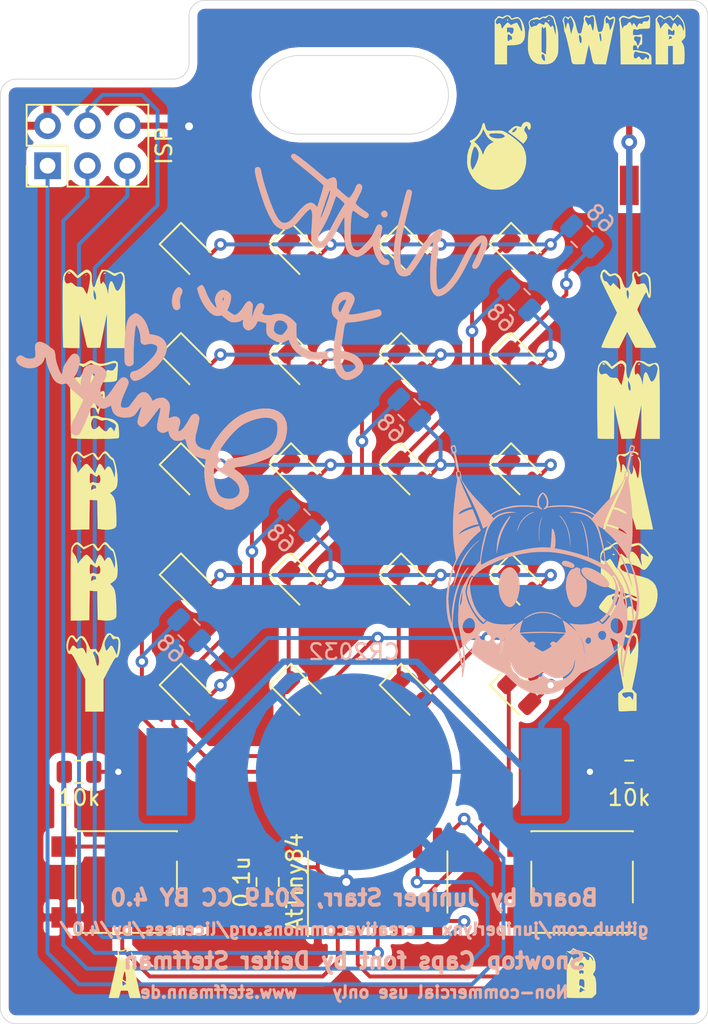
<source format=kicad_pcb>
(kicad_pcb (version 20171130) (host pcbnew 5.1.4-e60b266~84~ubuntu19.04.1)
  (layers (0 F.Cu signal) (31 B.Cu signal) (34 B.Paste user) (35 F.Paste user) (36 B.SilkS user) (37 F.SilkS user) (38 B.Mask user) (39 F.Mask user) (44 Edge.Cuts user))
  (net 0 "")
  (net 1 "Net-(BT1-Pad1)")
  (net 2 GND)
  (net 3 +BATT)
  (net 4 "Net-(J1-Pad1)")
  (net 5 "Net-(J1-Pad3)")
  (net 6 "Net-(J1-Pad4)")
  (net 7 "Net-(J1-Pad5)")
  (net 8 "Net-(LED1-Pad1)")
  (net 9 "Net-(LED1-Pad2)")
  (net 10 "Net-(LED10-Pad1)")
  (net 11 "Net-(LED11-Pad2)")
  (net 12 "Net-(LED14-Pad1)")
  (net 13 "Net-(LED10-Pad2)")
  (net 14 "Net-(LED11-Pad1)")
  (net 15 "Net-(LED12-Pad2)")
  (net 16 "Net-(LED13-Pad1)")
  (net 17 "Net-(LED14-Pad2)")
  (net 18 "Net-(R6-Pad1)")
  (net 19 "Net-(R7-Pad1)")
  (net 20 "Net-(SW1-Pad1)")
  (net 21 "Net-(SW1-Pad4)")
  (net 22 "Net-(U1-Pad5)")
  (module "Juniper Logo:Juniper Logo Back" (layer B.Cu) (at 134.5 86.5)
    (fp_text reference G*** hide)
    (fp_text value LOGO hide)
  )
  (module "Merry Xmas:Signature" (layer B.Cu) (at 116.5 71)
    (fp_text reference G*** hide)
    (fp_text value LOGO hide)
  )
  (module "Merry Xmas:Bauble" (layer F.Cu) (at 131.5 60)
    (fp_text reference G*** hide)
    (fp_text value LOGO hide)
  )
  (module "Merry Xmas:B" (layer F.Cu) (at 137 112)
    (fp_text reference G*** hide)
    (fp_text value LOGO hide)
  )
  (module "Merry Xmas:A" (layer F.Cu) (at 108 112)
    (fp_text reference G*** hide)
    (fp_text value LOGO hide)
  )
  (module "Merry Xmas:Power" (layer F.Cu) (at 137.5 52.5)
    (fp_text reference G*** hide)
    (fp_text value LOGO hide)
  )
  (module "Merry Xmas:Xmas" (layer F.Cu) (at 140 81.5)
    (fp_text reference G*** hide)
    (fp_text value LOGO hide)
  )
  (module "Merry Xmas:Merry" (layer F.Cu) (at 106 81.5)
    (fp_text reference G*** hide)
    (fp_text value LOGO hide)
  )
  (module "BC-2003 Battery Strap:BatteryStrap BC-2003-G-TR" (layer B.Cu) (at 122.5 99)
    (fp_text reference BT1 hide)
    (fp_text value CR2032 (at 0 -7.62) (layer B.SilkS) (effects (justify mirror)))
    (pad 1 smd rect (at 11.905 0) (size 2.6 5.56) (layers B.Cu B.Paste B.Mask) (net 1 "Net-(BT1-Pad1)"))
    (pad 1 smd rect (at -11.905 0) (size 2.6 5.56) (layers B.Cu B.Paste B.Mask) (net 1 "Net-(BT1-Pad1)"))
    (pad 2 smd circle (at 0 0) (size 12.5 12.5) (layers B.Cu B.Paste B.Mask) (net 2 GND))
  )
  (module Capacitor_SMD:C_0805_2012Metric (layer F.Cu) (at 117 106 90)
    (fp_text reference C1 hide)
    (fp_text value 0.1u (at 0 -1.65 90) (layer F.SilkS))
    (pad 1 smd roundrect (at -0.9375 0 90) (size 0.975 1.4) (layers F.Cu F.Paste F.Mask) (net 3 +BATT))
    (pad 2 smd roundrect (at 0.9375 0 90) (size 0.975 1.4) (layers F.Cu F.Paste F.Mask) (net 2 GND))
  )
  (module Connector_PinHeader_2.54mm:PinHeader_2x03_P2.54mm_Vertical (layer F.Cu) (at 103 60.5 90)
    (fp_text reference J1 hide)
    (fp_text value ISP (at 1.27 7.41 90) (layer F.SilkS))
    (pad 1 thru_hole rect (at 0 0 90) (size 1.7 1.7) (drill 1) (layers *.Cu *.Mask) (net 4 "Net-(J1-Pad1)"))
    (pad 2 thru_hole oval (at 2.54 0 90) (size 1.7 1.7) (drill 1) (layers *.Cu *.Mask) (net 3 +BATT))
    (pad 3 thru_hole oval (at 0 2.54 90) (size 1.7 1.7) (drill 1) (layers *.Cu *.Mask) (net 5 "Net-(J1-Pad3)"))
    (pad 4 thru_hole oval (at 2.54 2.54 90) (size 1.7 1.7) (drill 1) (layers *.Cu *.Mask) (net 6 "Net-(J1-Pad4)"))
    (pad 5 thru_hole oval (at 0 5.08 90) (size 1.7 1.7) (drill 1) (layers *.Cu *.Mask) (net 7 "Net-(J1-Pad5)"))
    (pad 6 thru_hole oval (at 2.54 5.08 90) (size 1.7 1.7) (drill 1) (layers *.Cu *.Mask) (net 2 GND))
  )
  (module LED_SMD:LED_0805_2012Metric (layer F.Cu) (at 112 94 315)
    (fp_text reference LED1 hide)
    (fp_text value LED hide)
    (pad 1 smd roundrect (at -0.9375 0 315) (size 0.975 1.4) (layers F.Cu F.Paste F.Mask) (net 8 "Net-(LED1-Pad1)"))
    (pad 2 smd roundrect (at 0.9375 0 315) (size 0.975 1.4) (layers F.Cu F.Paste F.Mask) (net 9 "Net-(LED1-Pad2)"))
  )
  (module LED_SMD:LED_0805_2012Metric (layer F.Cu) (at 112 87 315)
    (fp_text reference LED2 hide)
    (fp_text value LED hide)
    (pad 1 smd roundrect (at -0.9375 0 315) (size 0.975 1.4) (layers F.Cu F.Paste F.Mask) (net 10 "Net-(LED10-Pad1)"))
    (pad 2 smd roundrect (at 0.9375 0 315) (size 0.975 1.4) (layers F.Cu F.Paste F.Mask) (net 11 "Net-(LED11-Pad2)"))
  )
  (module LED_SMD:LED_0805_2012Metric (layer F.Cu) (at 119 87 315)
    (fp_text reference LED hide)
    (fp_text value LED hide)
    (pad 2 smd roundrect (at 0.9375 0 315) (size 0.975 1.4) (layers F.Cu F.Paste F.Mask) (net 11 "Net-(LED11-Pad2)"))
    (pad 1 smd roundrect (at -0.9375 0 315) (size 0.975 1.4) (layers F.Cu F.Paste F.Mask) (net 12 "Net-(LED14-Pad1)"))
  )
  (module LED_SMD:LED_0805_2012Metric (layer F.Cu) (at 119 80 315)
    (fp_text reference LED4 hide)
    (fp_text value LED hide)
    (pad 2 smd roundrect (at 0.9375 0 315) (size 0.975 1.4) (layers F.Cu F.Paste F.Mask) (net 13 "Net-(LED10-Pad2)"))
    (pad 1 smd roundrect (at -0.9375 0 315) (size 0.975 1.4) (layers F.Cu F.Paste F.Mask) (net 8 "Net-(LED1-Pad1)"))
  )
  (module LED_SMD:LED_0805_2012Metric (layer F.Cu) (at 126 80 315)
    (fp_text reference LED5 hide)
    (fp_text value LED hide)
    (pad 1 smd roundrect (at -0.9375 0 315) (size 0.975 1.4) (layers F.Cu F.Paste F.Mask) (net 14 "Net-(LED11-Pad1)"))
    (pad 2 smd roundrect (at 0.9375 0 315) (size 0.975 1.4) (layers F.Cu F.Paste F.Mask) (net 13 "Net-(LED10-Pad2)"))
  )
  (module LED_SMD:LED_0805_2012Metric (layer F.Cu) (at 126 73 315)
    (fp_text reference LED hide)
    (fp_text value LED hide)
    (pad 2 smd roundrect (at 0.9375 0 315) (size 0.975 1.4) (layers F.Cu F.Paste F.Mask) (net 15 "Net-(LED12-Pad2)"))
    (pad 1 smd roundrect (at -0.9375 0 315) (size 0.975 1.4) (layers F.Cu F.Paste F.Mask) (net 12 "Net-(LED14-Pad1)"))
  )
  (module LED_SMD:LED_0805_2012Metric (layer F.Cu) (at 133 73 315)
    (fp_text reference LED7 hide)
    (fp_text value LED hide)
    (pad 1 smd roundrect (at -0.9375 0 315) (size 0.975 1.4) (layers F.Cu F.Paste F.Mask) (net 16 "Net-(LED13-Pad1)"))
    (pad 2 smd roundrect (at 0.9375 0 315) (size 0.975 1.4) (layers F.Cu F.Paste F.Mask) (net 15 "Net-(LED12-Pad2)"))
  )
  (module LED_SMD:LED_0805_2012Metric (layer F.Cu) (at 133 66 315)
    (fp_text reference LED8 hide)
    (fp_text value LED hide)
    (pad 2 smd roundrect (at 0.9375 0 315) (size 0.975 1.4) (layers F.Cu F.Paste F.Mask) (net 17 "Net-(LED14-Pad2)"))
    (pad 1 smd roundrect (at -0.9375 0 315) (size 0.975 1.4) (layers F.Cu F.Paste F.Mask) (net 14 "Net-(LED11-Pad1)"))
  )
  (module LED_SMD:LED_0805_2012Metric (layer F.Cu) (at 119 94 315)
    (fp_text reference LED9 hide)
    (fp_text value LED hide)
    (pad 2 smd roundrect (at 0.9375 0 315) (size 0.975 1.4) (layers F.Cu F.Paste F.Mask) (net 9 "Net-(LED1-Pad2)"))
    (pad 1 smd roundrect (at -0.9375 0 315) (size 0.975 1.4) (layers F.Cu F.Paste F.Mask) (net 12 "Net-(LED14-Pad1)"))
  )
  (module LED_SMD:LED_0805_2012Metric (layer F.Cu) (at 112 80 315)
    (fp_text reference LED10 hide)
    (fp_text value LED hide)
    (pad 1 smd roundrect (at -0.9375 0 315) (size 0.975 1.4) (layers F.Cu F.Paste F.Mask) (net 10 "Net-(LED10-Pad1)"))
    (pad 2 smd roundrect (at 0.9375 0 315) (size 0.975 1.4) (layers F.Cu F.Paste F.Mask) (net 13 "Net-(LED10-Pad2)"))
  )
  (module LED_SMD:LED_0805_2012Metric (layer F.Cu) (at 126 87 315)
    (fp_text reference LED11 hide)
    (fp_text value LED hide)
    (pad 1 smd roundrect (at -0.9375 0 315) (size 0.975 1.4) (layers F.Cu F.Paste F.Mask) (net 14 "Net-(LED11-Pad1)"))
    (pad 2 smd roundrect (at 0.9375 0 315) (size 0.975 1.4) (layers F.Cu F.Paste F.Mask) (net 11 "Net-(LED11-Pad2)"))
  )
  (module LED_SMD:LED_0805_2012Metric (layer F.Cu) (at 119 73 315)
    (fp_text reference LED12 hide)
    (fp_text value LED hide)
    (pad 1 smd roundrect (at -0.9375 0 315) (size 0.975 1.4) (layers F.Cu F.Paste F.Mask) (net 8 "Net-(LED1-Pad1)"))
    (pad 2 smd roundrect (at 0.9375 0 315) (size 0.975 1.4) (layers F.Cu F.Paste F.Mask) (net 15 "Net-(LED12-Pad2)"))
  )
  (module LED_SMD:LED_0805_2012Metric (layer F.Cu) (at 133 80 315)
    (fp_text reference LED13 hide)
    (fp_text value LED hide)
    (pad 2 smd roundrect (at 0.9375 0 315) (size 0.975 1.4) (layers F.Cu F.Paste F.Mask) (net 13 "Net-(LED10-Pad2)"))
    (pad 1 smd roundrect (at -0.9375 0 315) (size 0.975 1.4) (layers F.Cu F.Paste F.Mask) (net 16 "Net-(LED13-Pad1)"))
  )
  (module LED_SMD:LED_0805_2012Metric (layer F.Cu) (at 126 66 315)
    (fp_text reference LED14 hide)
    (fp_text value LED hide)
    (pad 1 smd roundrect (at -0.9375 0 315) (size 0.975 1.4) (layers F.Cu F.Paste F.Mask) (net 12 "Net-(LED14-Pad1)"))
    (pad 2 smd roundrect (at 0.9375 0 315) (size 0.975 1.4) (layers F.Cu F.Paste F.Mask) (net 17 "Net-(LED14-Pad2)"))
  )
  (module LED_SMD:LED_0805_2012Metric (layer F.Cu) (at 126 94 315)
    (fp_text reference LED15 hide)
    (fp_text value LED hide)
    (pad 1 smd roundrect (at -0.9375 0 315) (size 0.975 1.4) (layers F.Cu F.Paste F.Mask) (net 14 "Net-(LED11-Pad1)"))
    (pad 2 smd roundrect (at 0.9375 0 315) (size 0.975 1.4) (layers F.Cu F.Paste F.Mask) (net 9 "Net-(LED1-Pad2)"))
  )
  (module LED_SMD:LED_0805_2012Metric (layer F.Cu) (at 112 73 315)
    (fp_text reference LED16 hide)
    (fp_text value LED hide)
    (pad 2 smd roundrect (at 0.9375 0 315) (size 0.975 1.4) (layers F.Cu F.Paste F.Mask) (net 15 "Net-(LED12-Pad2)"))
    (pad 1 smd roundrect (at -0.9375 0 315) (size 0.975 1.4) (layers F.Cu F.Paste F.Mask) (net 10 "Net-(LED10-Pad1)"))
  )
  (module LED_SMD:LED_0805_2012Metric (layer F.Cu) (at 133 87 315)
    (fp_text reference LED17 hide)
    (fp_text value LED hide)
    (pad 2 smd roundrect (at 0.9375 0 315) (size 0.975 1.4) (layers F.Cu F.Paste F.Mask) (net 11 "Net-(LED11-Pad2)"))
    (pad 1 smd roundrect (at -0.9375 0 315) (size 0.975 1.4) (layers F.Cu F.Paste F.Mask) (net 16 "Net-(LED13-Pad1)"))
  )
  (module LED_SMD:LED_0805_2012Metric (layer F.Cu) (at 119 66 315)
    (fp_text reference LED18 hide)
    (fp_text value LED hide)
    (pad 2 smd roundrect (at 0.9375 0 315) (size 0.975 1.4) (layers F.Cu F.Paste F.Mask) (net 17 "Net-(LED14-Pad2)"))
    (pad 1 smd roundrect (at -0.9375 0 315) (size 0.975 1.4) (layers F.Cu F.Paste F.Mask) (net 8 "Net-(LED1-Pad1)"))
  )
  (module LED_SMD:LED_0805_2012Metric (layer F.Cu) (at 133 94 315)
    (fp_text reference LED19 hide)
    (fp_text value LED hide)
    (pad 2 smd roundrect (at 0.9375 0 315) (size 0.975 1.4) (layers F.Cu F.Paste F.Mask) (net 9 "Net-(LED1-Pad2)"))
    (pad 1 smd roundrect (at -0.9375 0 315) (size 0.975 1.4) (layers F.Cu F.Paste F.Mask) (net 16 "Net-(LED13-Pad1)"))
  )
  (module LED_SMD:LED_0805_2012Metric (layer F.Cu) (at 112 66 315)
    (fp_text reference LED20 hide)
    (fp_text value LED hide)
    (pad 1 smd roundrect (at -0.9375 0 315) (size 0.975 1.4) (layers F.Cu F.Paste F.Mask) (net 10 "Net-(LED10-Pad1)"))
    (pad 2 smd roundrect (at 0.9375 0 315) (size 0.975 1.4) (layers F.Cu F.Paste F.Mask) (net 17 "Net-(LED14-Pad2)"))
  )
  (module Resistor_SMD:R_0805_2012Metric (layer B.Cu) (at 112 90 135)
    (fp_text reference R1 hide)
    (fp_text value 68 (at 0 -1.65 135) (layer B.SilkS) (effects (justify mirror)))
    (pad 1 smd roundrect (at -0.9375 0 135) (size 0.975 1.4) (layers B.Cu B.Paste B.Mask) (net 9 "Net-(LED1-Pad2)"))
    (pad 2 smd roundrect (at 0.9375 0 135) (size 0.975 1.4) (layers B.Cu B.Paste B.Mask) (net 10 "Net-(LED10-Pad1)"))
  )
  (module Resistor_SMD:R_0805_2012Metric (layer B.Cu) (at 119 83 135)
    (fp_text reference R2 hide)
    (fp_text value 68 (at 0 -1.65 135) (layer B.SilkS) (effects (justify mirror)))
    (pad 2 smd roundrect (at 0.9375 0 135) (size 0.975 1.4) (layers B.Cu B.Paste B.Mask) (net 8 "Net-(LED1-Pad1)"))
    (pad 1 smd roundrect (at -0.9375 0 135) (size 0.975 1.4) (layers B.Cu B.Paste B.Mask) (net 11 "Net-(LED11-Pad2)"))
  )
  (module Resistor_SMD:R_0805_2012Metric (layer B.Cu) (at 126 76 135)
    (fp_text reference R3 hide)
    (fp_text value 68 (at 0 -1.65 135) (layer B.SilkS) (effects (justify mirror)))
    (pad 1 smd roundrect (at -0.9375 0 135) (size 0.975 1.4) (layers B.Cu B.Paste B.Mask) (net 13 "Net-(LED10-Pad2)"))
    (pad 2 smd roundrect (at 0.9375 0 135) (size 0.975 1.4) (layers B.Cu B.Paste B.Mask) (net 12 "Net-(LED14-Pad1)"))
  )
  (module Resistor_SMD:R_0805_2012Metric (layer B.Cu) (at 133 69 135)
    (fp_text reference R4 hide)
    (fp_text value 68 (at 0 -1.65 135) (layer B.SilkS) (effects (justify mirror)))
    (pad 2 smd roundrect (at 0.9375 0 135) (size 0.975 1.4) (layers B.Cu B.Paste B.Mask) (net 14 "Net-(LED11-Pad1)"))
    (pad 1 smd roundrect (at -0.9375 0 135) (size 0.975 1.4) (layers B.Cu B.Paste B.Mask) (net 15 "Net-(LED12-Pad2)"))
  )
  (module Resistor_SMD:R_0805_2012Metric (layer B.Cu) (at 137 65 315)
    (fp_text reference R5 hide)
    (fp_text value 68 (at 0 -1.65 135) (layer B.SilkS) (effects (justify mirror)))
    (pad 1 smd roundrect (at -0.9375 0 315) (size 0.975 1.4) (layers B.Cu B.Paste B.Mask) (net 17 "Net-(LED14-Pad2)"))
    (pad 2 smd roundrect (at 0.9375 0 315) (size 0.975 1.4) (layers B.Cu B.Paste B.Mask) (net 16 "Net-(LED13-Pad1)"))
  )
  (module Resistor_SMD:R_0805_2012Metric (layer F.Cu) (at 140 99 180)
    (fp_text reference R6 hide)
    (fp_text value 10k (at 0 -1.65) (layer F.SilkS))
    (pad 1 smd roundrect (at -0.9375 0 180) (size 0.975 1.4) (layers F.Cu F.Paste F.Mask) (net 18 "Net-(R6-Pad1)"))
    (pad 2 smd roundrect (at 0.9375 0 180) (size 0.975 1.4) (layers F.Cu F.Paste F.Mask) (net 2 GND))
  )
  (module Resistor_SMD:R_0805_2012Metric (layer F.Cu) (at 105 99)
    (fp_text reference R7 hide)
    (fp_text value 10k (at 0 1.65) (layer F.SilkS))
    (pad 2 smd roundrect (at 0.9375 0) (size 0.975 1.4) (layers F.Cu F.Paste F.Mask) (net 2 GND))
    (pad 1 smd roundrect (at -0.9375 0) (size 0.975 1.4) (layers F.Cu F.Paste F.Mask) (net 19 "Net-(R7-Pad1)"))
  )
  (module "JS202011 Slide Switch:SlideSwitch JS202011SQCN" (layer F.Cu) (at 140 59)
    (fp_text reference SW1 hide)
    (fp_text value PWR hide)
    (pad 1 smd rect (at -2.5 2.75) (size 1.2 2.5) (layers F.Cu F.Paste F.Mask) (net 20 "Net-(SW1-Pad1)"))
    (pad 2 smd rect (at 0 2.75) (size 1.2 2.5) (layers F.Cu F.Paste F.Mask) (net 1 "Net-(BT1-Pad1)"))
    (pad 3 smd rect (at 2.5 2.75) (size 1.2 2.5) (layers F.Cu F.Paste F.Mask) (net 3 +BATT))
    (pad 4 smd rect (at -2.5 -2.75) (size 1.2 2.5) (layers F.Cu F.Paste F.Mask) (net 21 "Net-(SW1-Pad4)"))
    (pad 5 smd rect (at 0 -2.75) (size 1.2 2.5) (layers F.Cu F.Paste F.Mask) (net 1 "Net-(BT1-Pad1)"))
    (pad 6 smd rect (at 2.5 -2.75) (size 1.2 2.5) (layers F.Cu F.Paste F.Mask) (net 3 +BATT))
  )
  (module Button_Switch_SMD:SW_SPST_PTS645 (layer F.Cu) (at 137 106)
    (fp_text reference SW2 hide)
    (fp_text value SW_Push hide)
    (pad 2 smd rect (at -3.98 2.25) (size 1.55 1.3) (layers F.Cu F.Paste F.Mask) (net 3 +BATT))
    (pad 1 smd rect (at -3.98 -2.25) (size 1.55 1.3) (layers F.Cu F.Paste F.Mask) (net 18 "Net-(R6-Pad1)"))
    (pad 1 smd rect (at 3.98 -2.25) (size 1.55 1.3) (layers F.Cu F.Paste F.Mask) (net 18 "Net-(R6-Pad1)"))
    (pad 2 smd rect (at 3.98 2.25) (size 1.55 1.3) (layers F.Cu F.Paste F.Mask) (net 3 +BATT))
  )
  (module Button_Switch_SMD:SW_SPST_PTS645 (layer F.Cu) (at 108 106)
    (fp_text reference SW3 hide)
    (fp_text value SW_Push hide)
    (pad 2 smd rect (at 3.98 2.25) (size 1.55 1.3) (layers F.Cu F.Paste F.Mask) (net 3 +BATT))
    (pad 1 smd rect (at 3.98 -2.25) (size 1.55 1.3) (layers F.Cu F.Paste F.Mask) (net 19 "Net-(R7-Pad1)"))
    (pad 1 smd rect (at -3.98 -2.25) (size 1.55 1.3) (layers F.Cu F.Paste F.Mask) (net 19 "Net-(R7-Pad1)"))
    (pad 2 smd rect (at -3.98 2.25) (size 1.55 1.3) (layers F.Cu F.Paste F.Mask) (net 3 +BATT))
  )
  (module Package_SO:SOIC-14_3.9x8.7mm_P1.27mm (layer F.Cu) (at 124 106 90)
    (fp_text reference AtTiny84 (at 0 -5.28 90) (layer F.SilkS))
    (fp_text value ATtiny84-20SSU hide)
    (pad 1 smd roundrect (at -2.475 -3.81 90) (size 1.95 0.6) (layers F.Cu F.Paste F.Mask) (net 3 +BATT))
    (pad 2 smd roundrect (at -2.475 -2.54 90) (size 1.95 0.6) (layers F.Cu F.Paste F.Mask) (net 19 "Net-(R7-Pad1)"))
    (pad 3 smd roundrect (at -2.475 -1.27 90) (size 1.95 0.6) (layers F.Cu F.Paste F.Mask) (net 18 "Net-(R6-Pad1)"))
    (pad 4 smd roundrect (at -2.475 0 90) (size 1.95 0.6) (layers F.Cu F.Paste F.Mask) (net 7 "Net-(J1-Pad5)"))
    (pad 5 smd roundrect (at -2.475 1.27 90) (size 1.95 0.6) (layers F.Cu F.Paste F.Mask) (net 22 "Net-(U1-Pad5)"))
    (pad 6 smd roundrect (at -2.475 2.54 90) (size 1.95 0.6) (layers F.Cu F.Paste F.Mask) (net 16 "Net-(LED13-Pad1)"))
    (pad 7 smd roundrect (at -2.475 3.81 90) (size 1.95 0.6) (layers F.Cu F.Paste F.Mask) (net 6 "Net-(J1-Pad4)"))
    (pad 8 smd roundrect (at 2.475 3.81 90) (size 1.95 0.6) (layers F.Cu F.Paste F.Mask) (net 4 "Net-(J1-Pad1)"))
    (pad 9 smd roundrect (at 2.475 2.54 90) (size 1.95 0.6) (layers F.Cu F.Paste F.Mask) (net 5 "Net-(J1-Pad3)"))
    (pad 10 smd roundrect (at 2.475 1.27 90) (size 1.95 0.6) (layers F.Cu F.Paste F.Mask) (net 14 "Net-(LED11-Pad1)"))
    (pad 11 smd roundrect (at 2.475 0 90) (size 1.95 0.6) (layers F.Cu F.Paste F.Mask) (net 12 "Net-(LED14-Pad1)"))
    (pad 12 smd roundrect (at 2.475 -1.27 90) (size 1.95 0.6) (layers F.Cu F.Paste F.Mask) (net 8 "Net-(LED1-Pad1)"))
    (pad 13 smd roundrect (at 2.475 -2.54 90) (size 1.95 0.6) (layers F.Cu F.Paste F.Mask) (net 10 "Net-(LED10-Pad1)"))
    (pad 14 smd roundrect (at 2.475 -3.81 90) (size 1.95 0.6) (layers F.Cu F.Paste F.Mask) (net 2 GND))
  )
  (gr_text "Non-commercial use only    www.steffmann.de" (at 122.5 113) (layer B.SilkS) (effects (font (size 0.75 0.75) (thickness 0.1875)) (justify mirror)))
  (gr_text "Snowtop Caps font by Deiter Steffman" (at 122.5 111) (layer B.SilkS) (effects (font (size 1 1) (thickness 0.25)) (justify mirror)))
  (gr_text "github.com/juniperlynx   creativecommons.org/licenses/by/4.0/" (at 122.5 109) (layer B.SilkS) (effects (font (size 0.75 0.75) (thickness 0.1875)) (justify mirror)))
  (gr_text "Board by Juniper Starr, 2019 CC BY 4.0" (at 122.5 107) (layer B.SilkS) (effects (font (size 1 1) (thickness 0.25)) (justify mirror)))
  (gr_line (start 126 58.5) (end 119 58.5) (layer Edge.Cuts) (width 0.05))
  (gr_line (start 119 53.5) (end 126 53.5) (layer Edge.Cuts) (width 0.05))
  (gr_arc (start 119 56) (end 119 53.5) (angle -180) (layer Edge.Cuts) (width 0.05))
  (gr_arc (start 126 56) (end 126 58.5) (angle -180) (layer Edge.Cuts) (width 0.05))
  (gr_line (start 100 56) (end 100 114) (layer Edge.Cuts) (width 0.05))
  (gr_line (start 112 54) (end 112 51) (layer Edge.Cuts) (width 0.05))
  (gr_line (start 101 55) (end 111 55) (layer Edge.Cuts) (width 0.05))
  (gr_line (start 144 115) (end 101 115) (layer Edge.Cuts) (width 0.05))
  (gr_line (start 145 51) (end 145 114) (layer Edge.Cuts) (width 0.05))
  (gr_line (start 113 50) (end 144 50) (layer Edge.Cuts) (width 0.05))
  (gr_arc (start 113 51) (end 113 50) (angle -90) (layer Edge.Cuts) (width 0.05))
  (gr_arc (start 111 54) (end 111 55) (angle -90) (layer Edge.Cuts) (width 0.05))
  (gr_arc (start 101 56) (end 101 55) (angle -90) (layer Edge.Cuts) (width 0.05))
  (gr_arc (start 101 114) (end 100 114) (angle -90) (layer Edge.Cuts) (width 0.05))
  (gr_arc (start 144 114) (end 144 115) (angle -90) (layer Edge.Cuts) (width 0.05))
  (gr_arc (start 144 51) (end 145 51) (angle -90) (layer Edge.Cuts) (width 0.05))
  (via (at 140 59) (size 1) (drill 0.5) (layers F.Cu B.Cu) (net 1))
  (segment (start 134.405 99) (end 134.405 95.97) (width 0.4) (layer B.Cu) (net 1))
  (segment (start 140 90.375) (end 140 59) (width 0.4) (layer B.Cu) (net 1))
  (segment (start 134.405 95.97) (end 140 90.375) (width 0.4) (layer B.Cu) (net 1))
  (segment (start 140 59) (end 140 56.25) (width 0.4) (layer F.Cu) (net 1))
  (segment (start 140 59) (end 140 61.75) (width 0.4) (layer F.Cu) (net 1))
  (segment (start 126.5 92) (end 133.5 99) (width 0.4) (layer B.Cu) (net 1))
  (segment (start 110.595 99) (end 111 99) (width 0.25) (layer B.Cu) (net 1))
  (segment (start 133.5 99) (end 134.405 99) (width 0.25) (layer B.Cu) (net 1))
  (segment (start 118 92) (end 126.5 92) (width 0.4) (layer B.Cu) (net 1))
  (segment (start 111 99) (end 118 92) (width 0.4) (layer B.Cu) (net 1))
  (via (at 122 106) (size 1) (drill 0.5) (layers F.Cu B.Cu) (net 2))
  (segment (start 122 106) (end 121 106) (width 0.25) (layer F.Cu) (net 2))
  (segment (start 120.19 105.19) (end 120.19 103.525) (width 0.25) (layer F.Cu) (net 2))
  (segment (start 121 106) (end 120.19 105.19) (width 0.25) (layer F.Cu) (net 2))
  (segment (start 120.0625 105.0625) (end 120.19 105.19) (width 0.25) (layer F.Cu) (net 2))
  (segment (start 117 105.0625) (end 120.0625 105.0625) (width 0.25) (layer F.Cu) (net 2))
  (segment (start 105.9375 99) (end 107.5 99) (width 0.25) (layer F.Cu) (net 2))
  (via (at 107.5 99) (size 0.8) (drill 0.4) (layers F.Cu B.Cu) (net 2))
  (via (at 112 58) (size 1) (drill 0.5) (layers F.Cu B.Cu) (net 2))
  (segment (start 108.08 57.96) (end 111.96 57.96) (width 0.4) (layer F.Cu) (net 2))
  (segment (start 111.96 57.96) (end 112 58) (width 0.25) (layer F.Cu) (net 2))
  (segment (start 112 58) (end 112 64) (width 0.25) (layer B.Cu) (net 2))
  (segment (start 112 64) (end 107 69) (width 0.25) (layer B.Cu) (net 2))
  (segment (start 107 98.5) (end 107.5 99) (width 0.25) (layer B.Cu) (net 2))
  (segment (start 107 69) (end 107 98.5) (width 0.25) (layer B.Cu) (net 2))
  (via (at 137.5 99) (size 0.8) (drill 0.4) (layers F.Cu B.Cu) (net 2))
  (segment (start 139.0625 99) (end 137.5 99) (width 0.25) (layer F.Cu) (net 2))
  (segment (start 107.5 101.5) (end 107.5 99.565685) (width 0.25) (layer B.Cu) (net 2))
  (segment (start 111.249999 105.249999) (end 107.5 101.5) (width 0.25) (layer B.Cu) (net 2))
  (segment (start 107.5 99.565685) (end 107.5 99) (width 0.25) (layer B.Cu) (net 2))
  (segment (start 122.5 99) (end 116.250001 105.249999) (width 0.25) (layer B.Cu) (net 2))
  (segment (start 116.250001 105.249999) (end 111.249999 105.249999) (width 0.25) (layer B.Cu) (net 2))
  (segment (start 122 99.5) (end 122 106) (width 0.25) (layer B.Cu) (net 2))
  (segment (start 122.5 99) (end 122 99.5) (width 0.25) (layer B.Cu) (net 2))
  (segment (start 137.5 102) (end 137.5 99) (width 0.25) (layer B.Cu) (net 2))
  (segment (start 136 103.5) (end 137.5 102) (width 0.25) (layer B.Cu) (net 2))
  (segment (start 131.5 101.5) (end 133.5 103.5) (width 0.25) (layer B.Cu) (net 2))
  (segment (start 122.5 99) (end 130.5 99) (width 0.25) (layer B.Cu) (net 2))
  (segment (start 131.5 100) (end 131.5 101.5) (width 0.25) (layer B.Cu) (net 2))
  (segment (start 130.5 99) (end 131.5 100) (width 0.25) (layer B.Cu) (net 2))
  (segment (start 133.5 103.5) (end 136 103.5) (width 0.25) (layer B.Cu) (net 2))
  (via (at 129.5 102) (size 0.8) (drill 0.4) (layers F.Cu B.Cu) (net 4))
  (segment (start 127.81 103.525) (end 127.975 103.525) (width 0.25) (layer F.Cu) (net 4))
  (segment (start 127.975 103.525) (end 129.5 102) (width 0.25) (layer F.Cu) (net 4))
  (segment (start 103 110.5) (end 103 60.5) (width 0.25) (layer B.Cu) (net 4))
  (segment (start 132 104.5) (end 132 110.5) (width 0.25) (layer B.Cu) (net 4))
  (segment (start 129.5 102) (end 132 104.5) (width 0.25) (layer B.Cu) (net 4))
  (segment (start 132 110.5) (end 130 112.5) (width 0.25) (layer B.Cu) (net 4))
  (segment (start 130 112.5) (end 105 112.5) (width 0.25) (layer B.Cu) (net 4))
  (segment (start 105 112.5) (end 103 110.5) (width 0.25) (layer B.Cu) (net 4))
  (via (at 126.5 106) (size 0.8) (drill 0.4) (layers F.Cu B.Cu) (net 5))
  (segment (start 126.54 103.525) (end 126.54 105.96) (width 0.25) (layer F.Cu) (net 5))
  (segment (start 126.54 105.96) (end 126.5 106) (width 0.25) (layer F.Cu) (net 5))
  (segment (start 105.5 111.5) (end 104 110) (width 0.25) (layer B.Cu) (net 5))
  (segment (start 104 64) (end 105.54 62.46) (width 0.25) (layer B.Cu) (net 5))
  (segment (start 130 106) (end 131 107) (width 0.25) (layer B.Cu) (net 5))
  (segment (start 126.5 106) (end 130 106) (width 0.25) (layer B.Cu) (net 5))
  (segment (start 105.54 62.46) (end 105.54 60.5) (width 0.25) (layer B.Cu) (net 5))
  (segment (start 104 110) (end 104 64) (width 0.25) (layer B.Cu) (net 5))
  (segment (start 131 107) (end 131 110) (width 0.25) (layer B.Cu) (net 5))
  (segment (start 129.5 111.5) (end 105.5 111.5) (width 0.25) (layer B.Cu) (net 5))
  (segment (start 131 110) (end 129.5 111.5) (width 0.25) (layer B.Cu) (net 5))
  (via (at 129.5 108.5) (size 0.8) (drill 0.4) (layers F.Cu B.Cu) (net 6))
  (segment (start 127.81 108.475) (end 129.475 108.475) (width 0.25) (layer F.Cu) (net 6))
  (segment (start 129.475 108.475) (end 129.5 108.5) (width 0.25) (layer F.Cu) (net 6))
  (segment (start 106.5 56) (end 105.54 56.96) (width 0.25) (layer B.Cu) (net 6))
  (segment (start 110 57) (end 109 56) (width 0.25) (layer B.Cu) (net 6))
  (segment (start 109 56) (end 106.5 56) (width 0.25) (layer B.Cu) (net 6))
  (segment (start 110 63) (end 110 57) (width 0.25) (layer B.Cu) (net 6))
  (segment (start 128.5 109.5) (end 106.5 109.5) (width 0.25) (layer B.Cu) (net 6))
  (segment (start 106.5 109.5) (end 106 109) (width 0.25) (layer B.Cu) (net 6))
  (segment (start 105.54 56.96) (end 105.54 57.96) (width 0.25) (layer B.Cu) (net 6))
  (segment (start 129.5 108.5) (end 128.5 109.5) (width 0.25) (layer B.Cu) (net 6))
  (segment (start 106 109) (end 106 67) (width 0.25) (layer B.Cu) (net 6))
  (segment (start 106 67) (end 110 63) (width 0.25) (layer B.Cu) (net 6))
  (via (at 124 110.5) (size 0.8) (drill 0.4) (layers F.Cu B.Cu) (net 7))
  (segment (start 124 108.475) (end 124 110.5) (width 0.25) (layer F.Cu) (net 7))
  (segment (start 106 110.5) (end 105 109.5) (width 0.25) (layer B.Cu) (net 7))
  (segment (start 124 110.5) (end 106 110.5) (width 0.25) (layer B.Cu) (net 7))
  (segment (start 105 109.5) (end 105 65.5) (width 0.25) (layer B.Cu) (net 7))
  (segment (start 105 65.5) (end 108.08 62.42) (width 0.25) (layer B.Cu) (net 7))
  (segment (start 108.08 62.42) (end 108.08 60.5) (width 0.25) (layer B.Cu) (net 7))
  (segment (start 111.337087 96.337087) (end 111 96) (width 0.25) (layer F.Cu) (net 8))
  (segment (start 113 98) (end 111.337087 96.337087) (width 0.25) (layer F.Cu) (net 8))
  (segment (start 122.73 103.525) (end 122.73 101.73) (width 0.25) (layer F.Cu) (net 8))
  (segment (start 119 98) (end 113 98) (width 0.25) (layer F.Cu) (net 8))
  (segment (start 122.73 101.73) (end 119 98) (width 0.25) (layer F.Cu) (net 8))
  (segment (start 111.337087 93.337087) (end 111 93.674174) (width 0.25) (layer F.Cu) (net 8))
  (segment (start 111 93.674174) (end 111 96) (width 0.25) (layer F.Cu) (net 8))
  (segment (start 118.337087 79.337087) (end 118.337087 72.337087) (width 0.25) (layer F.Cu) (net 8))
  (segment (start 118.337087 72.337087) (end 118.337087 65.337087) (width 0.25) (layer F.Cu) (net 8))
  (segment (start 116 88.674174) (end 116 85.565685) (width 0.25) (layer F.Cu) (net 8))
  (segment (start 118.337087 79.337087) (end 116 81.674174) (width 0.25) (layer F.Cu) (net 8))
  (via (at 116 85) (size 0.8) (drill 0.4) (layers F.Cu B.Cu) (net 8))
  (segment (start 111.337087 93.337087) (end 116 88.674174) (width 0.25) (layer F.Cu) (net 8))
  (segment (start 116 84.434315) (end 116 85) (width 0.25) (layer F.Cu) (net 8))
  (segment (start 116 85.565685) (end 116 85) (width 0.25) (layer F.Cu) (net 8))
  (segment (start 116 84.674174) (end 116 85) (width 0.25) (layer B.Cu) (net 8))
  (segment (start 118.337087 82.337087) (end 116 84.674174) (width 0.25) (layer B.Cu) (net 8))
  (segment (start 116 81.674174) (end 116 84.434315) (width 0.25) (layer F.Cu) (net 8))
  (via (at 114 93.5) (size 0.8) (drill 0.4) (layers F.Cu B.Cu) (net 9))
  (segment (start 112.662913 94.662913) (end 112.837087 94.662913) (width 0.25) (layer F.Cu) (net 9))
  (segment (start 112.837087 94.662913) (end 114 93.5) (width 0.25) (layer F.Cu) (net 9))
  (segment (start 112.662913 90.662913) (end 113.078337 91.078337) (width 0.25) (layer B.Cu) (net 9))
  (segment (start 113.078337 91.078337) (end 114.75 92.75) (width 0.25) (layer B.Cu) (net 9))
  (segment (start 114.75 92.75) (end 114 93.5) (width 0.25) (layer B.Cu) (net 9))
  (segment (start 117 90.5) (end 123.434315 90.5) (width 0.25) (layer B.Cu) (net 9))
  (segment (start 123.434315 90.5) (end 124 90.5) (width 0.25) (layer B.Cu) (net 9))
  (via (at 124 90.5) (size 0.8) (drill 0.4) (layers F.Cu B.Cu) (net 9))
  (segment (start 114.75 92.75) (end 117 90.5) (width 0.25) (layer B.Cu) (net 9))
  (segment (start 123.825826 90.5) (end 124 90.5) (width 0.25) (layer F.Cu) (net 9))
  (segment (start 119.662913 94.662913) (end 123.825826 90.5) (width 0.25) (layer F.Cu) (net 9))
  (via (at 131 90.5) (size 0.8) (drill 0.4) (layers F.Cu B.Cu) (net 9))
  (segment (start 126.662913 94.662913) (end 130.825826 90.5) (width 0.25) (layer F.Cu) (net 9))
  (segment (start 124 90.5) (end 124.565685 90.5) (width 0.25) (layer B.Cu) (net 9))
  (segment (start 124.565685 90.5) (end 131 90.5) (width 0.25) (layer B.Cu) (net 9))
  (segment (start 133.662913 94.662913) (end 133.837087 94.662913) (width 0.25) (layer F.Cu) (net 9))
  (via (at 135 93.5) (size 0.8) (drill 0.4) (layers F.Cu B.Cu) (net 9))
  (segment (start 133.837087 94.662913) (end 135 93.5) (width 0.25) (layer F.Cu) (net 9))
  (segment (start 132 90.5) (end 135 93.5) (width 0.25) (layer B.Cu) (net 9))
  (segment (start 131 90.5) (end 132 90.5) (width 0.25) (layer B.Cu) (net 9))
  (segment (start 111.337087 86.337087) (end 111.337087 79.337087) (width 0.25) (layer F.Cu) (net 10))
  (segment (start 111.337087 79.337087) (end 111.337087 72.337087) (width 0.25) (layer F.Cu) (net 10))
  (segment (start 111.337087 72.337087) (end 111.337087 65.337087) (width 0.25) (layer F.Cu) (net 10))
  (segment (start 109 91.434315) (end 109 92) (width 0.25) (layer F.Cu) (net 10))
  (segment (start 109 91.674174) (end 109 92) (width 0.25) (layer B.Cu) (net 10))
  (via (at 109 92) (size 0.8) (drill 0.4) (layers F.Cu B.Cu) (net 10))
  (segment (start 109 88.674174) (end 109 91.434315) (width 0.25) (layer F.Cu) (net 10))
  (segment (start 111.337087 86.337087) (end 109 88.674174) (width 0.25) (layer F.Cu) (net 10))
  (segment (start 111.337087 89.337087) (end 109 91.674174) (width 0.25) (layer B.Cu) (net 10))
  (segment (start 109 92.565685) (end 109 92) (width 0.25) (layer F.Cu) (net 10))
  (segment (start 121.46 102.45) (end 118.01 99) (width 0.25) (layer F.Cu) (net 10))
  (segment (start 121.46 103.525) (end 121.46 102.45) (width 0.25) (layer F.Cu) (net 10))
  (segment (start 118.01 99) (end 112.467158 99) (width 0.25) (layer F.Cu) (net 10))
  (segment (start 112.467158 99) (end 109 95.532842) (width 0.25) (layer F.Cu) (net 10))
  (segment (start 109 95.532842) (end 109 92.565685) (width 0.25) (layer F.Cu) (net 10))
  (via (at 114 86.5) (size 0.8) (drill 0.4) (layers F.Cu B.Cu) (net 11))
  (segment (start 112.662913 87.662913) (end 112.837087 87.662913) (width 0.25) (layer F.Cu) (net 11))
  (segment (start 112.837087 87.662913) (end 114 86.5) (width 0.25) (layer F.Cu) (net 11))
  (segment (start 119.662913 87.662913) (end 119.837087 87.662913) (width 0.25) (layer F.Cu) (net 11))
  (via (at 121 86.5) (size 0.8) (drill 0.4) (layers F.Cu B.Cu) (net 11))
  (segment (start 119.837087 87.662913) (end 121 86.5) (width 0.25) (layer F.Cu) (net 11))
  (via (at 128 86.5) (size 0.8) (drill 0.4) (layers F.Cu B.Cu) (net 11))
  (segment (start 126.662913 87.662913) (end 126.837087 87.662913) (width 0.25) (layer F.Cu) (net 11))
  (segment (start 126.837087 87.662913) (end 128 86.5) (width 0.25) (layer F.Cu) (net 11))
  (via (at 135 86.5) (size 0.8) (drill 0.4) (layers F.Cu B.Cu) (net 11))
  (segment (start 133.662913 87.662913) (end 133.837087 87.662913) (width 0.25) (layer F.Cu) (net 11))
  (segment (start 133.837087 87.662913) (end 135 86.5) (width 0.25) (layer F.Cu) (net 11))
  (segment (start 114 86.5) (end 121 86.5) (width 0.25) (layer B.Cu) (net 11))
  (segment (start 121 86.5) (end 128 86.5) (width 0.25) (layer B.Cu) (net 11))
  (segment (start 128 86.5) (end 135 86.5) (width 0.25) (layer B.Cu) (net 11))
  (segment (start 121 85) (end 119.662913 83.662913) (width 0.25) (layer B.Cu) (net 11))
  (segment (start 121 86.5) (end 121 85) (width 0.25) (layer B.Cu) (net 11))
  (segment (start 118.337087 93.337087) (end 118.337087 86.337087) (width 0.25) (layer F.Cu) (net 12))
  (segment (start 125.337087 72.337087) (end 125.337087 65.337087) (width 0.25) (layer F.Cu) (net 12))
  (segment (start 124 103.525) (end 124 101) (width 0.25) (layer F.Cu) (net 12))
  (segment (start 124 101) (end 120 97) (width 0.25) (layer F.Cu) (net 12))
  (segment (start 120 97) (end 119 97) (width 0.25) (layer F.Cu) (net 12))
  (segment (start 119 97) (end 118.337087 96.337087) (width 0.25) (layer F.Cu) (net 12))
  (segment (start 118.337087 96.337087) (end 118 96) (width 0.25) (layer F.Cu) (net 12))
  (segment (start 118.337087 93.337087) (end 118.337087 93.662913) (width 0.25) (layer F.Cu) (net 12))
  (segment (start 118.337087 93.662913) (end 118 94) (width 0.25) (layer F.Cu) (net 12))
  (segment (start 118 94) (end 118 96) (width 0.25) (layer F.Cu) (net 12))
  (via (at 123.000004 78) (size 0.8) (drill 0.4) (layers F.Cu B.Cu) (net 12))
  (segment (start 125.337087 75.337087) (end 123.000004 77.67417) (width 0.25) (layer B.Cu) (net 12))
  (segment (start 125.337087 72.337087) (end 123.000004 74.67417) (width 0.25) (layer F.Cu) (net 12))
  (segment (start 123.000004 81.67417) (end 123.000004 78.565685) (width 0.25) (layer F.Cu) (net 12))
  (segment (start 123.000004 78.565685) (end 123.000004 78) (width 0.25) (layer F.Cu) (net 12))
  (segment (start 123.000004 77.434315) (end 123.000004 78) (width 0.25) (layer F.Cu) (net 12))
  (segment (start 123.000004 74.67417) (end 123.000004 77.434315) (width 0.25) (layer F.Cu) (net 12))
  (segment (start 123.000004 77.67417) (end 123.000004 78) (width 0.25) (layer B.Cu) (net 12))
  (segment (start 118.337087 86.337087) (end 123.000004 81.67417) (width 0.25) (layer F.Cu) (net 12))
  (via (at 114 79.5) (size 0.8) (drill 0.4) (layers F.Cu B.Cu) (net 13))
  (segment (start 112.662913 80.662913) (end 112.837087 80.662913) (width 0.25) (layer F.Cu) (net 13))
  (segment (start 112.837087 80.662913) (end 114 79.5) (width 0.25) (layer F.Cu) (net 13))
  (via (at 121 79.5) (size 0.8) (drill 0.4) (layers F.Cu B.Cu) (net 13))
  (segment (start 119.662913 80.662913) (end 119.837087 80.662913) (width 0.25) (layer F.Cu) (net 13))
  (segment (start 119.837087 80.662913) (end 121 79.5) (width 0.25) (layer F.Cu) (net 13))
  (via (at 128 79.5) (size 0.8) (drill 0.4) (layers F.Cu B.Cu) (net 13))
  (segment (start 126.662913 80.662913) (end 126.837087 80.662913) (width 0.25) (layer F.Cu) (net 13))
  (segment (start 126.837087 80.662913) (end 128 79.5) (width 0.25) (layer F.Cu) (net 13))
  (via (at 135 79.5) (size 0.8) (drill 0.4) (layers F.Cu B.Cu) (net 13))
  (segment (start 133.662913 80.662913) (end 133.837087 80.662913) (width 0.25) (layer F.Cu) (net 13))
  (segment (start 133.837087 80.662913) (end 135 79.5) (width 0.25) (layer F.Cu) (net 13))
  (segment (start 114 79.5) (end 121 79.5) (width 0.25) (layer B.Cu) (net 13))
  (segment (start 121 79.5) (end 128 79.5) (width 0.25) (layer B.Cu) (net 13))
  (segment (start 128 79.5) (end 135 79.5) (width 0.25) (layer B.Cu) (net 13))
  (segment (start 128 78) (end 126.662913 76.662913) (width 0.25) (layer B.Cu) (net 13))
  (segment (start 128 79.5) (end 128 78) (width 0.25) (layer B.Cu) (net 13))
  (segment (start 125.27 93.404174) (end 125.337087 93.337087) (width 0.25) (layer F.Cu) (net 14))
  (segment (start 125.27 103.525) (end 125.27 93.404174) (width 0.25) (layer F.Cu) (net 14))
  (segment (start 125.337087 93.337087) (end 125.337087 86.337087) (width 0.25) (layer F.Cu) (net 14))
  (segment (start 125.337087 86.337087) (end 125.337087 79.337087) (width 0.25) (layer F.Cu) (net 14))
  (via (at 130 71.000004) (size 0.8) (drill 0.4) (layers F.Cu B.Cu) (net 14))
  (segment (start 132.337087 65.337087) (end 130 67.674174) (width 0.25) (layer F.Cu) (net 14))
  (segment (start 130 70.434319) (end 130 71.000004) (width 0.25) (layer F.Cu) (net 14))
  (segment (start 125.337087 79.337087) (end 130 74.674174) (width 0.25) (layer F.Cu) (net 14))
  (segment (start 130 71.565689) (end 130 71.000004) (width 0.25) (layer F.Cu) (net 14))
  (segment (start 130 70.674174) (end 130 71.000004) (width 0.25) (layer B.Cu) (net 14))
  (segment (start 132.337087 68.337087) (end 130 70.674174) (width 0.25) (layer B.Cu) (net 14))
  (segment (start 130 67.674174) (end 130 70.434319) (width 0.25) (layer F.Cu) (net 14))
  (segment (start 130 74.674174) (end 130 71.565689) (width 0.25) (layer F.Cu) (net 14))
  (via (at 135 72.5) (size 0.8) (drill 0.4) (layers F.Cu B.Cu) (net 15))
  (segment (start 133.662913 73.662913) (end 133.837087 73.662913) (width 0.25) (layer F.Cu) (net 15))
  (segment (start 133.837087 73.662913) (end 135 72.5) (width 0.25) (layer F.Cu) (net 15))
  (segment (start 135 71) (end 133.662913 69.662913) (width 0.25) (layer B.Cu) (net 15))
  (segment (start 135 72.5) (end 135 71) (width 0.25) (layer B.Cu) (net 15))
  (via (at 114 72.5) (size 0.8) (drill 0.4) (layers F.Cu B.Cu) (net 15))
  (segment (start 112.662913 73.662913) (end 112.837087 73.662913) (width 0.25) (layer F.Cu) (net 15))
  (segment (start 112.837087 73.662913) (end 114 72.5) (width 0.25) (layer F.Cu) (net 15))
  (via (at 121 72.5) (size 0.8) (drill 0.4) (layers F.Cu B.Cu) (net 15))
  (segment (start 119.662913 73.662913) (end 119.837087 73.662913) (width 0.25) (layer F.Cu) (net 15))
  (segment (start 119.837087 73.662913) (end 121 72.5) (width 0.25) (layer F.Cu) (net 15))
  (via (at 128 72.5) (size 0.8) (drill 0.4) (layers F.Cu B.Cu) (net 15))
  (segment (start 126.662913 73.662913) (end 126.837087 73.662913) (width 0.25) (layer F.Cu) (net 15))
  (segment (start 126.837087 73.662913) (end 128 72.5) (width 0.25) (layer F.Cu) (net 15))
  (segment (start 114 72.5) (end 121 72.5) (width 0.25) (layer B.Cu) (net 15))
  (segment (start 121 72.5) (end 128 72.5) (width 0.25) (layer B.Cu) (net 15))
  (segment (start 128 72.5) (end 135 72.5) (width 0.25) (layer B.Cu) (net 15))
  (segment (start 132.337087 93.337087) (end 132.337087 86.337087) (width 0.25) (layer F.Cu) (net 16))
  (segment (start 132.337087 86.337087) (end 132.337087 79.337087) (width 0.25) (layer F.Cu) (net 16))
  (segment (start 132.337087 79.337087) (end 132.337087 72.337087) (width 0.25) (layer F.Cu) (net 16))
  (via (at 136 68) (size 0.8) (drill 0.4) (layers F.Cu B.Cu) (net 16))
  (segment (start 132.337087 72.337087) (end 136 68.674174) (width 0.25) (layer F.Cu) (net 16))
  (segment (start 136 68.674174) (end 136 68) (width 0.25) (layer F.Cu) (net 16))
  (segment (start 136 67.325826) (end 137.662913 65.662913) (width 0.25) (layer B.Cu) (net 16))
  (segment (start 136 68) (end 136 67.325826) (width 0.25) (layer B.Cu) (net 16))
  (segment (start 132.337087 94.122553) (end 132.337087 93.337087) (width 0.25) (layer F.Cu) (net 16))
  (segment (start 126.54 107.4) (end 130.5 103.44) (width 0.25) (layer F.Cu) (net 16))
  (segment (start 130.5 102.5) (end 132.337087 100.662913) (width 0.25) (layer F.Cu) (net 16))
  (segment (start 130.5 103.44) (end 130.5 102.5) (width 0.25) (layer F.Cu) (net 16))
  (segment (start 126.54 108.475) (end 126.54 107.4) (width 0.25) (layer F.Cu) (net 16))
  (segment (start 132.337087 100.662913) (end 132.337087 94.122553) (width 0.25) (layer F.Cu) (net 16))
  (segment (start 136.337087 64.337087) (end 136.162913 64.337087) (width 0.25) (layer B.Cu) (net 17))
  (segment (start 136.162913 64.337087) (end 135 65.5) (width 0.25) (layer B.Cu) (net 17))
  (via (at 128 65.5) (size 0.8) (drill 0.4) (layers F.Cu B.Cu) (net 17))
  (segment (start 126.662913 66.662913) (end 126.837087 66.662913) (width 0.25) (layer F.Cu) (net 17))
  (segment (start 126.837087 66.662913) (end 128 65.5) (width 0.25) (layer F.Cu) (net 17))
  (segment (start 128 65.5) (end 135 65.5) (width 0.25) (layer B.Cu) (net 17))
  (via (at 121 65.5) (size 0.8) (drill 0.4) (layers F.Cu B.Cu) (net 17))
  (segment (start 119.662913 66.662913) (end 119.837087 66.662913) (width 0.25) (layer F.Cu) (net 17))
  (segment (start 119.837087 66.662913) (end 121 65.5) (width 0.25) (layer F.Cu) (net 17))
  (segment (start 121 65.5) (end 128 65.5) (width 0.25) (layer B.Cu) (net 17))
  (via (at 114 65.5) (size 0.8) (drill 0.4) (layers F.Cu B.Cu) (net 17))
  (segment (start 112.662913 66.662913) (end 112.837087 66.662913) (width 0.25) (layer F.Cu) (net 17))
  (segment (start 112.837087 66.662913) (end 114 65.5) (width 0.25) (layer F.Cu) (net 17))
  (segment (start 114 65.5) (end 121 65.5) (width 0.25) (layer B.Cu) (net 17))
  (via (at 135 65.5) (size 0.8) (drill 0.4) (layers F.Cu B.Cu) (net 17))
  (segment (start 133.662913 66.662913) (end 133.837087 66.662913) (width 0.25) (layer F.Cu) (net 17))
  (segment (start 133.837087 66.662913) (end 135 65.5) (width 0.25) (layer F.Cu) (net 17))
  (segment (start 140.9375 103.7075) (end 140.98 103.75) (width 0.25) (layer F.Cu) (net 18))
  (segment (start 140.9375 99) (end 140.9375 103.7075) (width 0.25) (layer F.Cu) (net 18))
  (segment (start 137.25 110.75) (end 137.25 103.75) (width 0.25) (layer F.Cu) (net 18))
  (segment (start 136 112) (end 137.25 110.75) (width 0.25) (layer F.Cu) (net 18))
  (segment (start 140.98 103.75) (end 137.25 103.75) (width 0.25) (layer F.Cu) (net 18))
  (segment (start 137.25 103.75) (end 133.02 103.75) (width 0.25) (layer F.Cu) (net 18))
  (segment (start 122.73 108.475) (end 122.73 111.23) (width 0.25) (layer F.Cu) (net 18))
  (segment (start 123.5 112) (end 136 112) (width 0.25) (layer F.Cu) (net 18))
  (segment (start 122.73 111.23) (end 123.5 112) (width 0.25) (layer F.Cu) (net 18))
  (segment (start 104.0625 103.7075) (end 104.02 103.75) (width 0.25) (layer F.Cu) (net 19))
  (segment (start 104.0625 99) (end 104.0625 103.7075) (width 0.25) (layer F.Cu) (net 19))
  (segment (start 121.46 111.04) (end 121.46 108.475) (width 0.25) (layer F.Cu) (net 19))
  (segment (start 120.5 112) (end 121.46 111.04) (width 0.25) (layer F.Cu) (net 19))
  (segment (start 120.5 112) (end 109.5 112) (width 0.25) (layer F.Cu) (net 19))
  (segment (start 109.5 112) (end 107.75 110.25) (width 0.25) (layer F.Cu) (net 19))
  (segment (start 107.75 110.25) (end 107.75 103.75) (width 0.25) (layer F.Cu) (net 19))
  (segment (start 104.02 103.75) (end 107.75 103.75) (width 0.25) (layer F.Cu) (net 19))
  (segment (start 107.75 103.75) (end 111.98 103.75) (width 0.25) (layer F.Cu) (net 19))
  (zone (net 3) (net_name +BATT) (layer F.Cu) (connect_pads (clearance 0.508)) (min_thickness 0.254) (fill yes (arc_segments 32) (thermal_gap 0.508) (thermal_bridge_width 0.508))
    (polygon (pts (xy 100 55) (xy 112 55) (xy 112 50) (xy 145 50) (xy 145 115) (xy 100 115)))
  )
  (zone (net 2) (net_name GND) (layer B.Cu) (connect_pads (clearance 0.508)) (min_thickness 0.254) (fill yes (arc_segments 32) (thermal_gap 0.508) (thermal_bridge_width 0.508))
    (polygon (pts (xy 100 55) (xy 112 55) (xy 112 50) (xy 145 50) (xy 145 115) (xy 100 115)))
  )
)
</source>
